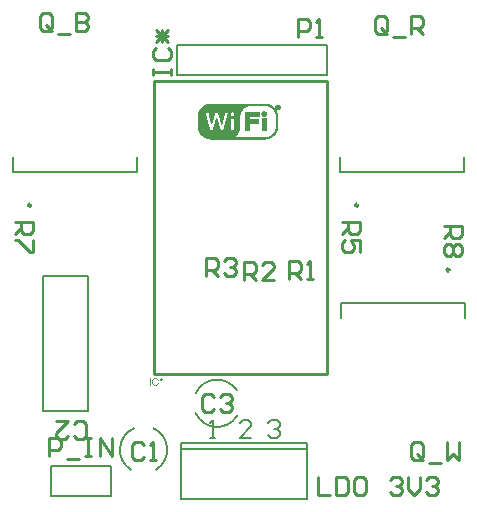
<source format=gto>
%FSLAX25Y25*%
%MOIN*%
G70*
G01*
G75*
G04 Layer_Color=65535*
%ADD10R,0.05512X0.04331*%
%ADD11R,0.04331X0.10630*%
%ADD12R,0.42126X0.36221*%
%ADD13R,0.04331X0.05512*%
%ADD14C,0.01200*%
%ADD15C,0.07500*%
%ADD16C,0.10000*%
%ADD17C,0.05000*%
%ADD18C,0.02000*%
%ADD19C,0.02500*%
%ADD20C,0.06000*%
%ADD21R,0.06000X0.06000*%
%ADD22R,0.05906X0.05906*%
%ADD23C,0.05906*%
%ADD24C,0.04724*%
%ADD25C,0.05315*%
%ADD26R,0.05315X0.05315*%
%ADD27R,0.06299X0.06299*%
%ADD28C,0.06299*%
%ADD29R,0.05315X0.05315*%
%ADD30C,0.05000*%
%ADD31C,0.02500*%
%ADD32C,0.00984*%
%ADD33C,0.00787*%
%ADD34C,0.00050*%
%ADD35C,0.01000*%
%ADD36C,0.00591*%
G36*
X47335Y38300D02*
X47000D01*
Y40822D01*
X47335D01*
Y38300D01*
D02*
G37*
G36*
X49076Y40862D02*
X49109Y40858D01*
X49148Y40855D01*
X49191Y40849D01*
X49237Y40842D01*
X49335Y40819D01*
X49388Y40803D01*
X49444Y40783D01*
X49496Y40760D01*
X49549Y40737D01*
X49601Y40704D01*
X49650Y40671D01*
X49654Y40668D01*
X49660Y40662D01*
X49676Y40652D01*
X49693Y40635D01*
X49713Y40616D01*
X49739Y40593D01*
X49765Y40563D01*
X49795Y40530D01*
X49824Y40494D01*
X49854Y40455D01*
X49883Y40409D01*
X49913Y40363D01*
X49942Y40311D01*
X49968Y40255D01*
X49995Y40193D01*
X50014Y40130D01*
X49686Y40051D01*
Y40055D01*
X49683Y40065D01*
X49676Y40078D01*
X49670Y40097D01*
X49660Y40120D01*
X49650Y40147D01*
X49621Y40206D01*
X49585Y40271D01*
X49542Y40337D01*
X49490Y40399D01*
X49460Y40425D01*
X49431Y40452D01*
X49427D01*
X49424Y40458D01*
X49414Y40465D01*
X49401Y40471D01*
X49385Y40481D01*
X49365Y40491D01*
X49316Y40517D01*
X49253Y40540D01*
X49181Y40560D01*
X49099Y40573D01*
X49007Y40580D01*
X48978D01*
X48958Y40576D01*
X48935D01*
X48906Y40573D01*
X48873Y40567D01*
X48837Y40563D01*
X48761Y40547D01*
X48679Y40521D01*
X48597Y40484D01*
X48558Y40465D01*
X48519Y40439D01*
X48515D01*
X48509Y40432D01*
X48499Y40425D01*
X48486Y40412D01*
X48453Y40383D01*
X48414Y40340D01*
X48368Y40288D01*
X48322Y40222D01*
X48279Y40150D01*
X48246Y40065D01*
Y40061D01*
X48243Y40055D01*
X48240Y40042D01*
X48233Y40025D01*
X48227Y40002D01*
X48220Y39976D01*
X48214Y39947D01*
X48207Y39917D01*
X48194Y39842D01*
X48181Y39760D01*
X48171Y39671D01*
X48168Y39579D01*
Y39576D01*
Y39566D01*
Y39550D01*
Y39527D01*
X48171Y39497D01*
X48174Y39464D01*
Y39428D01*
X48181Y39389D01*
X48191Y39300D01*
X48207Y39209D01*
X48230Y39110D01*
X48259Y39018D01*
Y39015D01*
X48263Y39009D01*
X48269Y38995D01*
X48279Y38979D01*
X48289Y38959D01*
X48299Y38936D01*
X48332Y38884D01*
X48374Y38825D01*
X48423Y38766D01*
X48483Y38710D01*
X48551Y38661D01*
X48555D01*
X48561Y38654D01*
X48571Y38651D01*
X48588Y38641D01*
X48604Y38635D01*
X48627Y38625D01*
X48679Y38602D01*
X48745Y38579D01*
X48817Y38562D01*
X48896Y38549D01*
X48981Y38543D01*
X49007D01*
X49027Y38546D01*
X49053Y38549D01*
X49079Y38553D01*
X49112Y38556D01*
X49145Y38562D01*
X49221Y38582D01*
X49299Y38612D01*
X49342Y38628D01*
X49381Y38651D01*
X49421Y38674D01*
X49457Y38703D01*
X49460Y38707D01*
X49467Y38710D01*
X49476Y38720D01*
X49490Y38733D01*
X49503Y38749D01*
X49522Y38772D01*
X49542Y38795D01*
X49562Y38825D01*
X49585Y38854D01*
X49608Y38890D01*
X49627Y38930D01*
X49650Y38972D01*
X49670Y39022D01*
X49690Y39071D01*
X49706Y39123D01*
X49722Y39182D01*
X50057Y39097D01*
Y39094D01*
X50050Y39081D01*
X50044Y39058D01*
X50037Y39028D01*
X50024Y38995D01*
X50008Y38956D01*
X49991Y38913D01*
X49968Y38864D01*
X49945Y38815D01*
X49916Y38763D01*
X49886Y38713D01*
X49850Y38661D01*
X49814Y38608D01*
X49772Y38559D01*
X49726Y38513D01*
X49676Y38471D01*
X49673Y38467D01*
X49663Y38461D01*
X49650Y38451D01*
X49627Y38438D01*
X49601Y38421D01*
X49568Y38402D01*
X49532Y38385D01*
X49493Y38366D01*
X49444Y38343D01*
X49394Y38326D01*
X49339Y38307D01*
X49280Y38290D01*
X49217Y38277D01*
X49152Y38267D01*
X49083Y38261D01*
X49011Y38257D01*
X48971D01*
X48942Y38261D01*
X48909Y38264D01*
X48866Y38267D01*
X48824Y38271D01*
X48774Y38277D01*
X48669Y38297D01*
X48558Y38326D01*
X48502Y38346D01*
X48447Y38369D01*
X48394Y38392D01*
X48345Y38421D01*
X48342Y38425D01*
X48335Y38428D01*
X48322Y38438D01*
X48302Y38454D01*
X48283Y38471D01*
X48256Y38490D01*
X48230Y38517D01*
X48201Y38546D01*
X48168Y38576D01*
X48138Y38612D01*
X48105Y38651D01*
X48073Y38697D01*
X48040Y38743D01*
X48010Y38792D01*
X47981Y38848D01*
X47954Y38903D01*
Y38907D01*
X47948Y38917D01*
X47941Y38936D01*
X47935Y38959D01*
X47925Y38989D01*
X47912Y39022D01*
X47902Y39061D01*
X47889Y39107D01*
X47876Y39156D01*
X47866Y39209D01*
X47853Y39264D01*
X47843Y39320D01*
X47830Y39448D01*
X47823Y39579D01*
Y39582D01*
Y39596D01*
Y39619D01*
X47827Y39645D01*
Y39681D01*
X47830Y39720D01*
X47836Y39763D01*
X47843Y39812D01*
X47850Y39865D01*
X47859Y39920D01*
X47886Y40035D01*
X47922Y40150D01*
X47945Y40209D01*
X47971Y40265D01*
X47974Y40268D01*
X47977Y40278D01*
X47987Y40294D01*
X48000Y40314D01*
X48013Y40337D01*
X48033Y40366D01*
X48056Y40396D01*
X48082Y40432D01*
X48141Y40504D01*
X48217Y40576D01*
X48302Y40648D01*
X48351Y40681D01*
X48401Y40711D01*
X48404Y40714D01*
X48414Y40717D01*
X48430Y40724D01*
X48450Y40734D01*
X48476Y40747D01*
X48505Y40760D01*
X48542Y40773D01*
X48581Y40789D01*
X48627Y40803D01*
X48673Y40816D01*
X48778Y40842D01*
X48893Y40858D01*
X48952Y40865D01*
X49050D01*
X49076Y40862D01*
D02*
G37*
G36*
X50998D02*
Y40858D01*
Y40849D01*
Y40835D01*
X50995Y40819D01*
Y40796D01*
X50992Y40747D01*
X50985Y40685D01*
X50979Y40612D01*
X50969Y40530D01*
X50956Y40439D01*
X50959D01*
X50965Y40442D01*
X50975Y40448D01*
X50989Y40455D01*
X51005Y40462D01*
X51025Y40471D01*
X51074Y40491D01*
X51133Y40517D01*
X51205Y40547D01*
X51280Y40573D01*
X51362Y40603D01*
X51444Y40360D01*
X51441D01*
X51435Y40357D01*
X51421Y40353D01*
X51408Y40347D01*
X51389Y40340D01*
X51362Y40334D01*
X51310Y40321D01*
X51244Y40304D01*
X51172Y40288D01*
X51093Y40271D01*
X51015Y40261D01*
X51021Y40258D01*
X51034Y40245D01*
X51057Y40219D01*
X51090Y40186D01*
X51133Y40143D01*
X51185Y40084D01*
X51244Y40019D01*
X51274Y39979D01*
X51310Y39937D01*
X51103Y39792D01*
X51100Y39799D01*
X51087Y39819D01*
X51064Y39848D01*
X51038Y39887D01*
X51002Y39940D01*
X50962Y40006D01*
X50916Y40078D01*
X50867Y40160D01*
Y40156D01*
X50861Y40150D01*
X50854Y40137D01*
X50844Y40120D01*
X50834Y40101D01*
X50821Y40078D01*
X50792Y40022D01*
X50756Y39963D01*
X50719Y39904D01*
X50680Y39845D01*
X50644Y39792D01*
X50441Y39937D01*
X50444Y39940D01*
X50451Y39947D01*
X50460Y39960D01*
X50473Y39976D01*
X50490Y39996D01*
X50510Y40019D01*
X50552Y40071D01*
X50598Y40124D01*
X50644Y40176D01*
X50690Y40225D01*
X50710Y40245D01*
X50726Y40261D01*
X50723D01*
X50716Y40265D01*
X50703D01*
X50687Y40268D01*
X50667Y40275D01*
X50644Y40278D01*
X50592Y40291D01*
X50526Y40304D01*
X50454Y40321D01*
X50382Y40340D01*
X50306Y40360D01*
X50385Y40603D01*
X50388D01*
X50398Y40599D01*
X50411Y40593D01*
X50431Y40586D01*
X50451Y40580D01*
X50477Y40570D01*
X50536Y40547D01*
X50601Y40521D01*
X50667Y40491D01*
X50729Y40465D01*
X50756Y40448D01*
X50782Y40435D01*
Y40439D01*
Y40448D01*
X50779Y40465D01*
X50775Y40484D01*
Y40511D01*
X50772Y40540D01*
X50765Y40606D01*
X50759Y40678D01*
X50756Y40747D01*
X50749Y40813D01*
Y40842D01*
Y40865D01*
X50998D01*
Y40862D01*
D02*
G37*
D32*
X146992Y77000D02*
G03*
X146992Y77000I-492J0D01*
G01*
X116492Y98500D02*
G03*
X116492Y98500I-492J0D01*
G01*
X7492D02*
G03*
X7492Y98500I-492J0D01*
G01*
D33*
X41726Y24161D02*
G03*
X40768Y10360I3274J-7161D01*
G01*
X49232D02*
G03*
X48274Y24161I-4232J6640D01*
G01*
X62339Y29226D02*
G03*
X76140Y28268I7161J3274D01*
G01*
Y36732D02*
G03*
X62339Y35774I-6640J-4232D01*
G01*
X152169Y61012D02*
Y65933D01*
X110831D02*
X152169D01*
X110831Y61012D02*
Y65933D01*
X110331Y109567D02*
Y114488D01*
Y109567D02*
X151669D01*
Y114488D01*
X34000Y1500D02*
Y11500D01*
X14000Y1500D02*
X34000D01*
X14000D02*
Y11500D01*
X34000D01*
X11500Y30000D02*
X26500D01*
X11500D02*
Y75000D01*
X26500D01*
Y30000D02*
Y75000D01*
X57437Y17252D02*
X99563D01*
X57437Y19220D02*
X99563D01*
X57437Y716D02*
X99563D01*
X57437D02*
Y19220D01*
X99563Y716D02*
Y19220D01*
X56000Y142000D02*
Y152000D01*
X106000D01*
X56000Y142000D02*
X106000D01*
Y152000D01*
X1331Y109567D02*
Y114488D01*
Y109567D02*
X42669D01*
Y114488D01*
D34*
X67054Y120709D02*
X85554D01*
X66704Y120759D02*
X85954D01*
X66454Y120809D02*
X86154D01*
X66254Y120859D02*
X86354D01*
X66104Y120909D02*
X86504D01*
X65954Y120959D02*
X86654D01*
X65804Y121009D02*
X86804D01*
X65704Y121059D02*
X86904D01*
X65604Y121109D02*
X87004D01*
X85654Y121159D02*
X87104D01*
X65504D02*
X75004D01*
X86004Y121209D02*
X87204D01*
X65404D02*
X75054D01*
X86254Y121259D02*
X87304D01*
X65304D02*
X75154D01*
X86404Y121309D02*
X87404D01*
X65204D02*
X75204D01*
X86554Y121359D02*
X87504D01*
X65104D02*
X75254D01*
X86704Y121409D02*
X87554D01*
X65054D02*
X75304D01*
X86804Y121459D02*
X87654D01*
X64954D02*
X75354D01*
X86904Y121509D02*
X87704D01*
X64904D02*
X75404D01*
X87004Y121559D02*
X87754D01*
X64804D02*
X75454D01*
X87104Y121609D02*
X87854D01*
X64754D02*
X75504D01*
X87204Y121659D02*
X87904D01*
X64704D02*
X75554D01*
X87304Y121709D02*
X87954D01*
X64654D02*
X75604D01*
X87354Y121759D02*
X88004D01*
X64604D02*
X75654D01*
X87454Y121809D02*
X88104D01*
X64504D02*
X75704D01*
X87504Y121859D02*
X88154D01*
X64454D02*
X75754D01*
X87554Y121909D02*
X88204D01*
X64404D02*
X75754D01*
X87654Y121959D02*
X88254D01*
X64354D02*
X75804D01*
X87704Y122009D02*
X88304D01*
X64304D02*
X75854D01*
X87754Y122059D02*
X88354D01*
X64254D02*
X75904D01*
X87804Y122109D02*
X88404D01*
X64204D02*
X75954D01*
X87854Y122159D02*
X88454D01*
X64154D02*
X75954D01*
X87954Y122209D02*
X88504D01*
X64104D02*
X76004D01*
X88004Y122259D02*
X88504D01*
X64054D02*
X76054D01*
X88054Y122309D02*
X88554D01*
X64054D02*
X76054D01*
X88104Y122359D02*
X88604D01*
X64004D02*
X76104D01*
X88104Y122409D02*
X88654D01*
X63954D02*
X76154D01*
X88154Y122459D02*
X88704D01*
X63904D02*
X76154D01*
X88204Y122509D02*
X88704D01*
X63904D02*
X76204D01*
X88254Y122559D02*
X88754D01*
X63854D02*
X76254D01*
X88304Y122609D02*
X88804D01*
X63804D02*
X76254D01*
X88354Y122659D02*
X88854D01*
X63754D02*
X76304D01*
X88354Y122709D02*
X88854D01*
X63754D02*
X76304D01*
X88404Y122759D02*
X88904D01*
X63704D02*
X76354D01*
X88454Y122809D02*
X88954D01*
X63654D02*
X76354D01*
X88504Y122859D02*
X88954D01*
X63654D02*
X76404D01*
X88504Y122909D02*
X89004D01*
X63604D02*
X76404D01*
X88554Y122959D02*
X89004D01*
X63604D02*
X76454D01*
X88604Y123009D02*
X89054D01*
X63554D02*
X76454D01*
X88604Y123059D02*
X89054D01*
X63504D02*
X76504D01*
X88654Y123109D02*
X89104D01*
X63504D02*
X76504D01*
X88654Y123159D02*
X89104D01*
X63454D02*
X76504D01*
X88704Y123209D02*
X89154D01*
X63454D02*
X76554D01*
X88704Y123259D02*
X89154D01*
X63404D02*
X76554D01*
X88754Y123309D02*
X89204D01*
X63404D02*
X76604D01*
X88754Y123359D02*
X89204D01*
X63404D02*
X76604D01*
X88804Y123409D02*
X89254D01*
X63354D02*
X76604D01*
X88804Y123459D02*
X89254D01*
X63354D02*
X76654D01*
X88854Y123509D02*
X89304D01*
X85654D02*
X85704D01*
X84704D02*
X85504D01*
X84504D02*
X84604D01*
X79054D02*
X80304D01*
X75104D02*
X76654D01*
X71504D02*
X73854D01*
X70604D02*
X70704D01*
X70504D02*
X70554D01*
X67904D02*
X70404D01*
X67054D02*
X67104D01*
X63304D02*
X66954D01*
X88854Y123559D02*
X89304D01*
X84404D02*
X85704D01*
X78954D02*
X80304D01*
X75104D02*
X76654D01*
X71504D02*
X73804D01*
X68004D02*
X70404D01*
X63304D02*
X66904D01*
X88904Y123609D02*
X89304D01*
X84404D02*
X85704D01*
X78954D02*
X80304D01*
X75104D02*
X76704D01*
X71554D02*
X73804D01*
X68004D02*
X70404D01*
X63304D02*
X66904D01*
X88904Y123659D02*
X89354D01*
X84404D02*
X85704D01*
X78954D02*
X80304D01*
X75104D02*
X76704D01*
X71554D02*
X73804D01*
X68004D02*
X70354D01*
X63254D02*
X66904D01*
X88904Y123709D02*
X89354D01*
X84404D02*
X85704D01*
X78954D02*
X80304D01*
X75104D02*
X76704D01*
X71554D02*
X73854D01*
X68054D02*
X70354D01*
X63254D02*
X66854D01*
X88954Y123759D02*
X89354D01*
X84404D02*
X85704D01*
X78954D02*
X80304D01*
X75104D02*
X76704D01*
X71554D02*
X73854D01*
X68054D02*
X70354D01*
X63204D02*
X66854D01*
X88954Y123809D02*
X89404D01*
X84404D02*
X85704D01*
X78954D02*
X80304D01*
X75104D02*
X76754D01*
X71604D02*
X73804D01*
X68054D02*
X70304D01*
X63204D02*
X66854D01*
X88954Y123859D02*
X89404D01*
X84404D02*
X85704D01*
X78954D02*
X80304D01*
X75104D02*
X76754D01*
X71604D02*
X73804D01*
X68104D02*
X70304D01*
X63204D02*
X66854D01*
X89004Y123909D02*
X89404D01*
X84404D02*
X85704D01*
X78954D02*
X80304D01*
X75104D02*
X76754D01*
X71604D02*
X73804D01*
X68104D02*
X70304D01*
X63204D02*
X66804D01*
X89004Y123959D02*
X89454D01*
X84404D02*
X85704D01*
X78954D02*
X80304D01*
X75104D02*
X76754D01*
X71604D02*
X73804D01*
X68104D02*
X70304D01*
X63154D02*
X66804D01*
X89004Y124009D02*
X89454D01*
X84404D02*
X85704D01*
X78954D02*
X80304D01*
X75104D02*
X76804D01*
X71654D02*
X73804D01*
X68104D02*
X70254D01*
X63154D02*
X66804D01*
X89054Y124059D02*
X89454D01*
X84404D02*
X85704D01*
X78954D02*
X80304D01*
X75104D02*
X76804D01*
X71654D02*
X73804D01*
X68154D02*
X70254D01*
X63154D02*
X66754D01*
X89054Y124109D02*
X89454D01*
X84404D02*
X85704D01*
X78954D02*
X80304D01*
X75104D02*
X76804D01*
X71654D02*
X73804D01*
X68154D02*
X70254D01*
X63104D02*
X66754D01*
X89054Y124159D02*
X89504D01*
X84404D02*
X85704D01*
X78954D02*
X80304D01*
X75104D02*
X76804D01*
X71704D02*
X73804D01*
X68154D02*
X70204D01*
X63104D02*
X66754D01*
X89054Y124209D02*
X89504D01*
X84404D02*
X85704D01*
X78954D02*
X80304D01*
X75104D02*
X76804D01*
X71704D02*
X73804D01*
X68204D02*
X70204D01*
X63104D02*
X66754D01*
X89104Y124259D02*
X89504D01*
X84404D02*
X85704D01*
X78954D02*
X80304D01*
X75104D02*
X76854D01*
X71704D02*
X73804D01*
X68204D02*
X70204D01*
X63104D02*
X66704D01*
X89104Y124309D02*
X89504D01*
X84404D02*
X85704D01*
X78954D02*
X80304D01*
X75104D02*
X76854D01*
X71704D02*
X73804D01*
X68204D02*
X70204D01*
X63104D02*
X66704D01*
X89104Y124359D02*
X89504D01*
X84404D02*
X85704D01*
X78954D02*
X80304D01*
X75104D02*
X76854D01*
X71754D02*
X73804D01*
X68204D02*
X70154D01*
X63054D02*
X66704D01*
X89104Y124409D02*
X89554D01*
X84404D02*
X85704D01*
X78954D02*
X80304D01*
X75104D02*
X76854D01*
X71754D02*
X73804D01*
X68254D02*
X70154D01*
X63054D02*
X66704D01*
X89104Y124459D02*
X89554D01*
X84404D02*
X85704D01*
X78954D02*
X80304D01*
X75104D02*
X76854D01*
X71754D02*
X73804D01*
X68254D02*
X70154D01*
X63054D02*
X66654D01*
X89154Y124509D02*
X89554D01*
X84404D02*
X85704D01*
X78954D02*
X80304D01*
X75104D02*
X76854D01*
X71754D02*
X73804D01*
X68254D02*
X70104D01*
X63054D02*
X66654D01*
X89154Y124559D02*
X89554D01*
X84404D02*
X85704D01*
X78954D02*
X80304D01*
X75104D02*
X76854D01*
X71804D02*
X73804D01*
X68304D02*
X70104D01*
X63054D02*
X66654D01*
X89154Y124609D02*
X89554D01*
X84404D02*
X85704D01*
X78954D02*
X80304D01*
X75104D02*
X76854D01*
X71804D02*
X73804D01*
X68304D02*
X70104D01*
X63054D02*
X66654D01*
X89154Y124659D02*
X89554D01*
X84404D02*
X85704D01*
X78954D02*
X80304D01*
X75104D02*
X76904D01*
X71804D02*
X73804D01*
X68304D02*
X70054D01*
X63054D02*
X66604D01*
X89154Y124709D02*
X89604D01*
X84404D02*
X85704D01*
X78954D02*
X80304D01*
X75104D02*
X76904D01*
X71804D02*
X73804D01*
X68304D02*
X70054D01*
X63004D02*
X66604D01*
X89154Y124759D02*
X89604D01*
X84404D02*
X85704D01*
X78954D02*
X80304D01*
X75104D02*
X76904D01*
X71854D02*
X73804D01*
X68354D02*
X70054D01*
X63004D02*
X66604D01*
X89154Y124809D02*
X89604D01*
X84404D02*
X85704D01*
X78954D02*
X80304D01*
X75104D02*
X76904D01*
X71854D02*
X73804D01*
X68354D02*
X70054D01*
X63004D02*
X66554D01*
X89154Y124859D02*
X89604D01*
X84404D02*
X85704D01*
X78954D02*
X80304D01*
X75104D02*
X76904D01*
X71854D02*
X73804D01*
X68354D02*
X70004D01*
X63004D02*
X66554D01*
X89154Y124909D02*
X89604D01*
X84404D02*
X85704D01*
X78954D02*
X80304D01*
X75104D02*
X76904D01*
X71854D02*
X73804D01*
X68404D02*
X70004D01*
X63004D02*
X66554D01*
X89154Y124959D02*
X89604D01*
X84404D02*
X85704D01*
X78954D02*
X80304D01*
X75104D02*
X76904D01*
X71904D02*
X73804D01*
X68404D02*
X70004D01*
X63004D02*
X66554D01*
X89154Y125009D02*
X89604D01*
X84404D02*
X85704D01*
X78954D02*
X80304D01*
X75104D02*
X76904D01*
X71904D02*
X73804D01*
X68404D02*
X69954D01*
X63004D02*
X66504D01*
X89154Y125059D02*
X89604D01*
X84404D02*
X85704D01*
X78954D02*
X80304D01*
X75104D02*
X76904D01*
X71904D02*
X73804D01*
X68404D02*
X69954D01*
X63004D02*
X66504D01*
X89154Y125109D02*
X89604D01*
X84404D02*
X85704D01*
X78954D02*
X80304D01*
X75104D02*
X76904D01*
X71954D02*
X73804D01*
X68454D02*
X69954D01*
X63004D02*
X66504D01*
X89154Y125159D02*
X89604D01*
X84404D02*
X85704D01*
X78954D02*
X80304D01*
X75104D02*
X76904D01*
X71954D02*
X73804D01*
X68454D02*
X69954D01*
X63004D02*
X66504D01*
X89154Y125209D02*
X89604D01*
X84404D02*
X85704D01*
X78954D02*
X80304D01*
X75104D02*
X76904D01*
X71954D02*
X73804D01*
X68454D02*
X69904D01*
X63004D02*
X66454D01*
X89154Y125259D02*
X89604D01*
X84404D02*
X85704D01*
X78954D02*
X80304D01*
X75104D02*
X76904D01*
X71954D02*
X73804D01*
X68504D02*
X69904D01*
X63004D02*
X66454D01*
X89154Y125309D02*
X89604D01*
X84404D02*
X85704D01*
X78954D02*
X80304D01*
X75104D02*
X76904D01*
X72004D02*
X73804D01*
X68504D02*
X69904D01*
X63004D02*
X66454D01*
X89154Y125359D02*
X89604D01*
X84404D02*
X85704D01*
X78954D02*
X80304D01*
X75104D02*
X76904D01*
X72004D02*
X73804D01*
X68504D02*
X69904D01*
X63004D02*
X66454D01*
X89154Y125409D02*
X89604D01*
X84404D02*
X85704D01*
X78954D02*
X80304D01*
X75104D02*
X76904D01*
X72004D02*
X73804D01*
X68504D02*
X69854D01*
X63004D02*
X66404D01*
X89154Y125459D02*
X89604D01*
X84404D02*
X85704D01*
X78954D02*
X80304D01*
X75104D02*
X76904D01*
X72004D02*
X73804D01*
X68554D02*
X69854D01*
X63004D02*
X66404D01*
X89154Y125509D02*
X89604D01*
X84404D02*
X85704D01*
X78954D02*
X80304D01*
X75104D02*
X76904D01*
X72054D02*
X73804D01*
X68554D02*
X69854D01*
X63004D02*
X66404D01*
X89154Y125559D02*
X89604D01*
X84404D02*
X85704D01*
X78954D02*
X80304D01*
X75104D02*
X76904D01*
X72054D02*
X73804D01*
X68554D02*
X69804D01*
X63004D02*
X66354D01*
X89154Y125609D02*
X89604D01*
X84404D02*
X85704D01*
X78954D02*
X80304D01*
X75104D02*
X76904D01*
X72054D02*
X73804D01*
X68604D02*
X69804D01*
X63004D02*
X66354D01*
X89154Y125659D02*
X89604D01*
X84404D02*
X85704D01*
X78954D02*
X80304D01*
X75104D02*
X76904D01*
X72054D02*
X73804D01*
X70904D02*
X70954D01*
X68604D02*
X69804D01*
X63004D02*
X66354D01*
X89154Y125709D02*
X89604D01*
X84404D02*
X85704D01*
X78954D02*
X80304D01*
X75104D02*
X76904D01*
X72104D02*
X73804D01*
X70904D02*
X70954D01*
X68604D02*
X69754D01*
X63004D02*
X66354D01*
X89154Y125759D02*
X89604D01*
X84404D02*
X85704D01*
X78954D02*
X80304D01*
X75104D02*
X76904D01*
X72104D02*
X73804D01*
X70904D02*
X71004D01*
X68654D02*
X69754D01*
X63004D02*
X66304D01*
X89154Y125809D02*
X89604D01*
X84404D02*
X85704D01*
X78954D02*
X80304D01*
X75104D02*
X76904D01*
X72104D02*
X73804D01*
X70904D02*
X71004D01*
X68654D02*
X69754D01*
X67504D02*
X67554D01*
X63004D02*
X66304D01*
X89154Y125859D02*
X89604D01*
X84404D02*
X85704D01*
X78954D02*
X80304D01*
X75104D02*
X76904D01*
X72104D02*
X73804D01*
X70854D02*
X71004D01*
X68654D02*
X69754D01*
X67454D02*
X67554D01*
X63004D02*
X66304D01*
X89154Y125909D02*
X89604D01*
X84404D02*
X85704D01*
X78954D02*
X83304D01*
X75104D02*
X76904D01*
X72154D02*
X73804D01*
X70854D02*
X71004D01*
X68654D02*
X69704D01*
X67454D02*
X67554D01*
X63004D02*
X66304D01*
X89154Y125959D02*
X89604D01*
X84404D02*
X85704D01*
X78954D02*
X83304D01*
X75104D02*
X76904D01*
X72154D02*
X73804D01*
X70854D02*
X71054D01*
X68704D02*
X69704D01*
X67454D02*
X67604D01*
X63004D02*
X66254D01*
X89154Y126009D02*
X89604D01*
X84404D02*
X85704D01*
X78954D02*
X83304D01*
X75104D02*
X76904D01*
X72154D02*
X73804D01*
X70804D02*
X71054D01*
X68704D02*
X69704D01*
X67454D02*
X67604D01*
X63004D02*
X66254D01*
X89154Y126059D02*
X89604D01*
X84404D02*
X85704D01*
X78954D02*
X83304D01*
X75104D02*
X76904D01*
X72204D02*
X73804D01*
X70804D02*
X71054D01*
X68704D02*
X69654D01*
X67404D02*
X67604D01*
X63004D02*
X66254D01*
X89154Y126109D02*
X89604D01*
X84404D02*
X85704D01*
X78954D02*
X83304D01*
X75104D02*
X76904D01*
X72204D02*
X73804D01*
X70804D02*
X71054D01*
X68754D02*
X69654D01*
X67404D02*
X67604D01*
X63004D02*
X66204D01*
X89154Y126159D02*
X89604D01*
X84404D02*
X85704D01*
X78954D02*
X83304D01*
X75104D02*
X76904D01*
X72204D02*
X73804D01*
X70804D02*
X71054D01*
X68754D02*
X69654D01*
X67404D02*
X67654D01*
X63004D02*
X66204D01*
X89154Y126209D02*
X89604D01*
X84404D02*
X85704D01*
X78954D02*
X83304D01*
X75104D02*
X76904D01*
X72204D02*
X73804D01*
X70754D02*
X71104D01*
X68754D02*
X69654D01*
X67404D02*
X67654D01*
X63004D02*
X66204D01*
X89154Y126259D02*
X89604D01*
X84404D02*
X85704D01*
X78954D02*
X83304D01*
X75104D02*
X76904D01*
X72254D02*
X73804D01*
X70754D02*
X71104D01*
X68754D02*
X69604D01*
X67404D02*
X67654D01*
X63004D02*
X66204D01*
X89154Y126309D02*
X89604D01*
X84404D02*
X85704D01*
X78954D02*
X83304D01*
X75104D02*
X76904D01*
X72254D02*
X73804D01*
X70754D02*
X71104D01*
X68804D02*
X69604D01*
X67354D02*
X67704D01*
X63004D02*
X66154D01*
X89154Y126359D02*
X89604D01*
X84404D02*
X85704D01*
X78954D02*
X83304D01*
X75104D02*
X76904D01*
X72254D02*
X73804D01*
X70754D02*
X71104D01*
X68804D02*
X69604D01*
X67354D02*
X67704D01*
X63004D02*
X66154D01*
X89154Y126409D02*
X89604D01*
X84404D02*
X85704D01*
X78954D02*
X83304D01*
X75104D02*
X76904D01*
X72254D02*
X73804D01*
X70704D02*
X71154D01*
X68804D02*
X69554D01*
X67354D02*
X67704D01*
X63004D02*
X66154D01*
X89154Y126459D02*
X89604D01*
X84404D02*
X85704D01*
X78954D02*
X83304D01*
X75104D02*
X76904D01*
X72304D02*
X73804D01*
X70704D02*
X71154D01*
X68854D02*
X69554D01*
X67354D02*
X67754D01*
X63004D02*
X66154D01*
X89154Y126509D02*
X89604D01*
X84404D02*
X85704D01*
X78954D02*
X83304D01*
X75104D02*
X76904D01*
X72304D02*
X73804D01*
X70704D02*
X71154D01*
X68854D02*
X69554D01*
X67304D02*
X67754D01*
X63004D02*
X66104D01*
X89154Y126559D02*
X89604D01*
X84404D02*
X85704D01*
X78954D02*
X83304D01*
X75104D02*
X76904D01*
X72304D02*
X73804D01*
X70654D02*
X71154D01*
X68854D02*
X69554D01*
X67304D02*
X67754D01*
X63004D02*
X66104D01*
X89154Y126609D02*
X89604D01*
X84404D02*
X85704D01*
X78954D02*
X83304D01*
X75104D02*
X76904D01*
X72304D02*
X73804D01*
X70654D02*
X71204D01*
X68854D02*
X69504D01*
X67304D02*
X67754D01*
X63004D02*
X66104D01*
X89154Y126659D02*
X89604D01*
X84404D02*
X85704D01*
X78954D02*
X83304D01*
X75104D02*
X76904D01*
X72354D02*
X73804D01*
X70654D02*
X71204D01*
X68904D02*
X69504D01*
X67304D02*
X67804D01*
X63004D02*
X66104D01*
X89154Y126709D02*
X89604D01*
X84404D02*
X85704D01*
X78954D02*
X83304D01*
X75104D02*
X76904D01*
X72354D02*
X73804D01*
X70604D02*
X71204D01*
X68904D02*
X69504D01*
X67304D02*
X67804D01*
X63004D02*
X66054D01*
X89154Y126759D02*
X89604D01*
X84404D02*
X85704D01*
X78954D02*
X83304D01*
X75104D02*
X76904D01*
X72354D02*
X73804D01*
X70604D02*
X71204D01*
X68904D02*
X69454D01*
X67254D02*
X67804D01*
X63004D02*
X66054D01*
X89154Y126809D02*
X89604D01*
X84404D02*
X85704D01*
X78954D02*
X83304D01*
X75104D02*
X76904D01*
X72354D02*
X73804D01*
X70604D02*
X71204D01*
X68954D02*
X69454D01*
X67254D02*
X67854D01*
X63004D02*
X66054D01*
X89154Y126859D02*
X89604D01*
X84404D02*
X85704D01*
X78954D02*
X83304D01*
X75104D02*
X76904D01*
X72404D02*
X73804D01*
X70604D02*
X71254D01*
X68954D02*
X69454D01*
X67254D02*
X67854D01*
X63004D02*
X66004D01*
X89154Y126909D02*
X89604D01*
X84404D02*
X85704D01*
X78954D02*
X83304D01*
X75104D02*
X76904D01*
X72404D02*
X73804D01*
X70554D02*
X71254D01*
X68954D02*
X69454D01*
X67254D02*
X67854D01*
X63004D02*
X66004D01*
X89154Y126959D02*
X89604D01*
X84404D02*
X85704D01*
X78954D02*
X83304D01*
X75104D02*
X76904D01*
X72404D02*
X73804D01*
X70554D02*
X71254D01*
X68954D02*
X69404D01*
X67204D02*
X67854D01*
X63004D02*
X66004D01*
X89154Y127009D02*
X89604D01*
X84404D02*
X85704D01*
X78954D02*
X83304D01*
X75104D02*
X76904D01*
X72454D02*
X73804D01*
X70554D02*
X71254D01*
X69004D02*
X69404D01*
X67204D02*
X67904D01*
X63004D02*
X66004D01*
X89154Y127059D02*
X89604D01*
X84404D02*
X85704D01*
X78954D02*
X83304D01*
X75104D02*
X76904D01*
X72454D02*
X73804D01*
X70504D02*
X71304D01*
X69004D02*
X69404D01*
X67204D02*
X67904D01*
X63004D02*
X65954D01*
X89154Y127109D02*
X89604D01*
X84404D02*
X85704D01*
X78954D02*
X83304D01*
X75104D02*
X76904D01*
X72454D02*
X73804D01*
X70504D02*
X71304D01*
X69004D02*
X69354D01*
X67204D02*
X67904D01*
X63004D02*
X65954D01*
X89154Y127159D02*
X89604D01*
X84404D02*
X85704D01*
X78954D02*
X80304D01*
X75104D02*
X76904D01*
X72454D02*
X73804D01*
X70504D02*
X71304D01*
X69054D02*
X69354D01*
X67204D02*
X67954D01*
X63004D02*
X65954D01*
X89154Y127209D02*
X89604D01*
X84404D02*
X85704D01*
X78954D02*
X80304D01*
X75104D02*
X76904D01*
X72504D02*
X73804D01*
X70504D02*
X71304D01*
X69054D02*
X69354D01*
X67154D02*
X67954D01*
X63004D02*
X65954D01*
X89154Y127259D02*
X89604D01*
X84404D02*
X85704D01*
X78954D02*
X80304D01*
X75104D02*
X76904D01*
X72504D02*
X73804D01*
X70454D02*
X71354D01*
X69054D02*
X69354D01*
X67154D02*
X67954D01*
X63004D02*
X65904D01*
X89154Y127309D02*
X89604D01*
X84404D02*
X85704D01*
X78954D02*
X80304D01*
X75104D02*
X76904D01*
X72504D02*
X73804D01*
X70454D02*
X71354D01*
X69054D02*
X69304D01*
X67154D02*
X68004D01*
X63004D02*
X65904D01*
X89154Y127359D02*
X89604D01*
X84404D02*
X85704D01*
X78954D02*
X80304D01*
X75104D02*
X76904D01*
X72504D02*
X73804D01*
X70454D02*
X71354D01*
X69104D02*
X69304D01*
X67154D02*
X68004D01*
X63004D02*
X65904D01*
X89154Y127409D02*
X89604D01*
X84404D02*
X85704D01*
X78954D02*
X80304D01*
X75104D02*
X76904D01*
X72554D02*
X73854D01*
X70404D02*
X71354D01*
X69104D02*
X69304D01*
X67104D02*
X68004D01*
X63004D02*
X65854D01*
X89154Y127459D02*
X89604D01*
X84404D02*
X85704D01*
X78954D02*
X80304D01*
X75104D02*
X76904D01*
X72554D02*
X73804D01*
X70404D02*
X71354D01*
X69104D02*
X69254D01*
X67104D02*
X68004D01*
X63004D02*
X65854D01*
X89154Y127509D02*
X89604D01*
X84404D02*
X85704D01*
X78954D02*
X80304D01*
X75104D02*
X76904D01*
X72554D02*
X73804D01*
X70404D02*
X71404D01*
X69154D02*
X69254D01*
X67104D02*
X68054D01*
X63004D02*
X65854D01*
X89154Y127559D02*
X89604D01*
X84404D02*
X85704D01*
X78954D02*
X80304D01*
X75104D02*
X76904D01*
X72554D02*
X73804D01*
X70404D02*
X71404D01*
X69154D02*
X69254D01*
X67104D02*
X68054D01*
X63004D02*
X65854D01*
X89154Y127609D02*
X89604D01*
X84404D02*
X85704D01*
X78954D02*
X80304D01*
X75104D02*
X76904D01*
X72604D02*
X73804D01*
X70354D02*
X71404D01*
X69154D02*
X69254D01*
X67104D02*
X68054D01*
X63004D02*
X65804D01*
X89154Y127659D02*
X89604D01*
X84404D02*
X85704D01*
X78954D02*
X80304D01*
X75104D02*
X76904D01*
X72604D02*
X73804D01*
X70354D02*
X71404D01*
X69154D02*
X69204D01*
X67054D02*
X68104D01*
X63004D02*
X65804D01*
X89154Y127709D02*
X89604D01*
X78954D02*
X80304D01*
X72604D02*
X76904D01*
X70354D02*
X71454D01*
X67054D02*
X68104D01*
X63004D02*
X65804D01*
X89154Y127759D02*
X89604D01*
X78954D02*
X80304D01*
X72654D02*
X76904D01*
X70354D02*
X71454D01*
X67054D02*
X68104D01*
X63004D02*
X65804D01*
X89154Y127809D02*
X89604D01*
X78954D02*
X80304D01*
X72654D02*
X76904D01*
X70304D02*
X71454D01*
X67054D02*
X68154D01*
X63004D02*
X65754D01*
X89154Y127859D02*
X89604D01*
X78954D02*
X80304D01*
X72654D02*
X76904D01*
X70304D02*
X71454D01*
X67004D02*
X68154D01*
X63004D02*
X65754D01*
X89154Y127909D02*
X89604D01*
X78954D02*
X80304D01*
X72654D02*
X76904D01*
X70304D02*
X71504D01*
X67004D02*
X68154D01*
X63004D02*
X65754D01*
X89154Y127959D02*
X89604D01*
X78954D02*
X80304D01*
X72704D02*
X76904D01*
X70254D02*
X71504D01*
X67004D02*
X68154D01*
X63004D02*
X65754D01*
X89154Y128009D02*
X89604D01*
X78954D02*
X80304D01*
X72704D02*
X76904D01*
X70254D02*
X71504D01*
X67004D02*
X68204D01*
X63004D02*
X65704D01*
X89154Y128059D02*
X89604D01*
X78954D02*
X80304D01*
X72704D02*
X76904D01*
X70254D02*
X71504D01*
X66954D02*
X68204D01*
X63004D02*
X65704D01*
X89154Y128109D02*
X89604D01*
X78954D02*
X80304D01*
X72704D02*
X76904D01*
X70254D02*
X71554D01*
X66954D02*
X68204D01*
X63004D02*
X65704D01*
X89154Y128159D02*
X89604D01*
X78954D02*
X80304D01*
X72754D02*
X76904D01*
X70204D02*
X71554D01*
X66954D02*
X68254D01*
X63004D02*
X65654D01*
X89154Y128209D02*
X89604D01*
X78954D02*
X80304D01*
X72754D02*
X76904D01*
X70204D02*
X71554D01*
X66954D02*
X68254D01*
X63004D02*
X65654D01*
X89154Y128259D02*
X89604D01*
X85004D02*
X85054D01*
X78954D02*
X80304D01*
X74454D02*
X76904D01*
X72754D02*
X74404D01*
X70204D02*
X71554D01*
X66954D02*
X68254D01*
X63004D02*
X65654D01*
X89154Y128309D02*
X89604D01*
X84804D02*
X85354D01*
X78954D02*
X80304D01*
X74754D02*
X76904D01*
X72754D02*
X74204D01*
X70154D02*
X71554D01*
X66904D02*
X68254D01*
X63004D02*
X65654D01*
X89154Y128359D02*
X89604D01*
X84654D02*
X85454D01*
X78954D02*
X80304D01*
X74854D02*
X76904D01*
X72804D02*
X74104D01*
X70154D02*
X71604D01*
X66904D02*
X68304D01*
X63004D02*
X65604D01*
X89154Y128409D02*
X89554D01*
X84604D02*
X85504D01*
X78954D02*
X83504D01*
X74954D02*
X76904D01*
X72804D02*
X74004D01*
X70154D02*
X71604D01*
X66904D02*
X68304D01*
X63054D02*
X65604D01*
X89154Y128459D02*
X89554D01*
X84554D02*
X85604D01*
X78954D02*
X83554D01*
X75004D02*
X76904D01*
X72804D02*
X73954D01*
X70154D02*
X71604D01*
X66904D02*
X68304D01*
X63054D02*
X65604D01*
X89154Y128509D02*
X89554D01*
X84504D02*
X85654D01*
X78954D02*
X83504D01*
X75054D02*
X76954D01*
X72804D02*
X73904D01*
X70104D02*
X71604D01*
X66854D02*
X68354D01*
X63054D02*
X65604D01*
X89154Y128559D02*
X89554D01*
X84454D02*
X85654D01*
X78954D02*
X83504D01*
X75054D02*
X76954D01*
X72854D02*
X73854D01*
X70104D02*
X71604D01*
X66854D02*
X68354D01*
X63054D02*
X65554D01*
X89104Y128609D02*
X89554D01*
X84404D02*
X85704D01*
X78954D02*
X83504D01*
X75104D02*
X76954D01*
X72854D02*
X73804D01*
X70104D02*
X71654D01*
X66854D02*
X68354D01*
X63054D02*
X65554D01*
X89104Y128659D02*
X89554D01*
X84404D02*
X85754D01*
X78954D02*
X83504D01*
X75154D02*
X76954D01*
X72854D02*
X73804D01*
X70054D02*
X71654D01*
X66854D02*
X68404D01*
X63054D02*
X65554D01*
X89104Y128709D02*
X89554D01*
X84354D02*
X85754D01*
X78954D02*
X83504D01*
X75154D02*
X76954D01*
X72904D02*
X73754D01*
X70054D02*
X71654D01*
X66854D02*
X68404D01*
X63054D02*
X65554D01*
X89104Y128759D02*
X89504D01*
X84354D02*
X85754D01*
X78954D02*
X83504D01*
X75204D02*
X76954D01*
X72904D02*
X73754D01*
X70054D02*
X71654D01*
X66804D02*
X68404D01*
X63104D02*
X65504D01*
X89104Y128809D02*
X89504D01*
X84354D02*
X85804D01*
X78954D02*
X83504D01*
X75204D02*
X76954D01*
X72904D02*
X73754D01*
X70054D02*
X71704D01*
X66804D02*
X68404D01*
X63104D02*
X65504D01*
X89054Y128859D02*
X89504D01*
X84304D02*
X85804D01*
X78954D02*
X83504D01*
X75204D02*
X77004D01*
X72904D02*
X73754D01*
X70004D02*
X71704D01*
X66804D02*
X68454D01*
X63104D02*
X65504D01*
X89054Y128909D02*
X89504D01*
X84304D02*
X85804D01*
X78954D02*
X83504D01*
X75204D02*
X77004D01*
X72954D02*
X73704D01*
X70004D02*
X71704D01*
X66804D02*
X68454D01*
X63104D02*
X65454D01*
X89054Y128959D02*
X89504D01*
X84304D02*
X85804D01*
X78954D02*
X83504D01*
X75204D02*
X77004D01*
X72954D02*
X73704D01*
X70004D02*
X71704D01*
X66754D02*
X68454D01*
X63104D02*
X65454D01*
X89054Y129009D02*
X89454D01*
X84304D02*
X85804D01*
X78954D02*
X83504D01*
X75254D02*
X77004D01*
X72954D02*
X73704D01*
X69954D02*
X71754D01*
X66754D02*
X68504D01*
X63154D02*
X65454D01*
X89004Y129059D02*
X89454D01*
X84304D02*
X85804D01*
X78954D02*
X83504D01*
X75204D02*
X77054D01*
X72954D02*
X73704D01*
X69954D02*
X71754D01*
X66754D02*
X68504D01*
X63154D02*
X65454D01*
X89004Y129109D02*
X89454D01*
X84304D02*
X85804D01*
X78954D02*
X83504D01*
X75204D02*
X77054D01*
X73004D02*
X73704D01*
X69954D02*
X71754D01*
X66754D02*
X68504D01*
X63154D02*
X65404D01*
X89004Y129159D02*
X89404D01*
X84304D02*
X85804D01*
X78954D02*
X83504D01*
X75204D02*
X77054D01*
X73004D02*
X73704D01*
X69954D02*
X71754D01*
X66754D02*
X68504D01*
X63154D02*
X65404D01*
X89004Y129209D02*
X89404D01*
X84354D02*
X85804D01*
X78954D02*
X83504D01*
X75204D02*
X77054D01*
X73004D02*
X73754D01*
X69904D02*
X71804D01*
X66704D02*
X68554D01*
X63204D02*
X65404D01*
X88954Y129259D02*
X89404D01*
X84354D02*
X85804D01*
X78954D02*
X83504D01*
X75204D02*
X77104D01*
X73004D02*
X73754D01*
X69904D02*
X71804D01*
X66704D02*
X68554D01*
X63204D02*
X65404D01*
X88954Y129309D02*
X89404D01*
X84354D02*
X85754D01*
X78954D02*
X83504D01*
X75154D02*
X77104D01*
X73054D02*
X73754D01*
X69904D02*
X71804D01*
X66704D02*
X68554D01*
X63204D02*
X65354D01*
X88904Y129359D02*
X89354D01*
X84404D02*
X85754D01*
X78954D02*
X83504D01*
X75154D02*
X77104D01*
X73054D02*
X73804D01*
X69854D02*
X71804D01*
X66704D02*
X68604D01*
X63254D02*
X65354D01*
X88904Y129409D02*
X89354D01*
X84404D02*
X85704D01*
X78954D02*
X83504D01*
X75104D02*
X77154D01*
X73054D02*
X73804D01*
X69854D02*
X71804D01*
X66654D02*
X68604D01*
X63254D02*
X65354D01*
X88904Y129459D02*
X89304D01*
X84454D02*
X85654D01*
X78954D02*
X83504D01*
X75104D02*
X77154D01*
X73054D02*
X73854D01*
X69854D02*
X71854D01*
X66654D02*
X68604D01*
X63254D02*
X65354D01*
X88854Y129509D02*
X89304D01*
X84504D02*
X85654D01*
X78954D02*
X83554D01*
X75054D02*
X77204D01*
X73104D02*
X73904D01*
X69854D02*
X71854D01*
X66654D02*
X68654D01*
X63304D02*
X65304D01*
X88854Y129559D02*
X89304D01*
X84554D02*
X85604D01*
X78954D02*
X83504D01*
X75004D02*
X77204D01*
X73104D02*
X73954D01*
X69804D02*
X71854D01*
X66654D02*
X68654D01*
X63304D02*
X65304D01*
X88804Y129609D02*
X89254D01*
X84604D02*
X85554D01*
X74954D02*
X77204D01*
X73104D02*
X74004D01*
X73004D02*
X73054D01*
X69804D02*
X71904D01*
X69654D02*
X69754D01*
X69554D02*
X69604D01*
X66504D02*
X68654D01*
X66354D02*
X66454D01*
X65404D02*
X65454D01*
X63354D02*
X65354D01*
X88804Y129659D02*
X89254D01*
X84654D02*
X85454D01*
X74854D02*
X77254D01*
X63354D02*
X74054D01*
X88804Y129709D02*
X89204D01*
X84754D02*
X85354D01*
X74754D02*
X77254D01*
X63354D02*
X74154D01*
X88754Y129759D02*
X89204D01*
X84954D02*
X85154D01*
X74604D02*
X77304D01*
X63404D02*
X74354D01*
X88754Y129809D02*
X89204D01*
X63404D02*
X77304D01*
X88704Y129859D02*
X89154D01*
X63454D02*
X77354D01*
X88654Y129909D02*
X89154D01*
X63454D02*
X77354D01*
X88654Y129959D02*
X89104D01*
X63504D02*
X77404D01*
X88604Y130009D02*
X89104D01*
X63504D02*
X77404D01*
X88604Y130059D02*
X89054D01*
X63554D02*
X77454D01*
X88554Y130109D02*
X89004D01*
X63554D02*
X77454D01*
X88504Y130159D02*
X89004D01*
X63604D02*
X77504D01*
X88504Y130209D02*
X88954D01*
X63654D02*
X77554D01*
X88454Y130259D02*
X88954D01*
X63654D02*
X77554D01*
X88404Y130309D02*
X88904D01*
X63704D02*
X77604D01*
X88404Y130359D02*
X88854D01*
X63704D02*
X77654D01*
X88354Y130409D02*
X88854D01*
X63754D02*
X77654D01*
X88304Y130459D02*
X88804D01*
X63804D02*
X77704D01*
X89454Y130509D02*
X89954D01*
X88254D02*
X88754D01*
X63854D02*
X77754D01*
X89304Y130559D02*
X90104D01*
X88204D02*
X88754D01*
X63854D02*
X77804D01*
X89254Y130609D02*
X90154D01*
X88204D02*
X88704D01*
X63904D02*
X77854D01*
X89904Y130659D02*
X90204D01*
X89154D02*
X89504D01*
X88154D02*
X88654D01*
X63954D02*
X77904D01*
X90004Y130709D02*
X90254D01*
X89104D02*
X89404D01*
X88104D02*
X88604D01*
X64004D02*
X77904D01*
X90054Y130759D02*
X90304D01*
X89054D02*
X89304D01*
X88054D02*
X88554D01*
X64004D02*
X77954D01*
X90154Y130809D02*
X90354D01*
X89054D02*
X89254D01*
X88004D02*
X88554D01*
X64054D02*
X78004D01*
X90204Y130859D02*
X90404D01*
X89854D02*
X90054D01*
X89354D02*
X89504D01*
X89004D02*
X89204D01*
X87954D02*
X88504D01*
X64104D02*
X78054D01*
X90204Y130909D02*
X90404D01*
X89804D02*
X90054D01*
X89354D02*
X89504D01*
X89004D02*
X89154D01*
X87904D02*
X88454D01*
X64154D02*
X78104D01*
X90254Y130959D02*
X90454D01*
X89804D02*
X90004D01*
X89354D02*
X89504D01*
X88954D02*
X89154D01*
X87854D02*
X88404D01*
X64204D02*
X78154D01*
X90254Y131009D02*
X90454D01*
X89754D02*
X89954D01*
X89354D02*
X89504D01*
X88954D02*
X89104D01*
X87804D02*
X88354D01*
X64254D02*
X78204D01*
X90304Y131059D02*
X90454D01*
X89704D02*
X89954D01*
X89354D02*
X89504D01*
X88904D02*
X89104D01*
X87704D02*
X88304D01*
X64304D02*
X78304D01*
X90304Y131109D02*
X90454D01*
X89704D02*
X89904D01*
X89354D02*
X89504D01*
X88904D02*
X89104D01*
X87654D02*
X88254D01*
X64354D02*
X78354D01*
X90304Y131159D02*
X90504D01*
X89604D02*
X89854D01*
X89354D02*
X89504D01*
X88904D02*
X89104D01*
X87604D02*
X88204D01*
X64404D02*
X78404D01*
X90304Y131209D02*
X90504D01*
X89354D02*
X89854D01*
X88904D02*
X89054D01*
X87504D02*
X88154D01*
X64454D02*
X78454D01*
X90304Y131259D02*
X90504D01*
X89354D02*
X89954D01*
X88904D02*
X89104D01*
X87454D02*
X88104D01*
X64504D02*
X78554D01*
X90304Y131309D02*
X90504D01*
X89354D02*
X90004D01*
X88904D02*
X89104D01*
X87354D02*
X88054D01*
X64554D02*
X78604D01*
X90304Y131359D02*
X90454D01*
X89804D02*
X90004D01*
X89354D02*
X89504D01*
X88904D02*
X89104D01*
X87304D02*
X88004D01*
X64604D02*
X78704D01*
X90304Y131409D02*
X90454D01*
X89804D02*
X90004D01*
X89354D02*
X89504D01*
X88904D02*
X89104D01*
X87204D02*
X87904D01*
X64704D02*
X78754D01*
X90304Y131459D02*
X90454D01*
X89804D02*
X90004D01*
X89354D02*
X89504D01*
X88954D02*
X89104D01*
X87154D02*
X87854D01*
X64754D02*
X78854D01*
X90254Y131509D02*
X90454D01*
X89754D02*
X90004D01*
X89354D02*
X89504D01*
X88954D02*
X89154D01*
X87054D02*
X87804D01*
X64804D02*
X78954D01*
X90254Y131559D02*
X90404D01*
X89354D02*
X90004D01*
X88954D02*
X89154D01*
X86954D02*
X87704D01*
X64904D02*
X79054D01*
X90204Y131609D02*
X90404D01*
X89354D02*
X89954D01*
X89004D02*
X89204D01*
X86854D02*
X87654D01*
X64954D02*
X79154D01*
X90154Y131659D02*
X90354D01*
X89354D02*
X89804D01*
X89004D02*
X89204D01*
X86704D02*
X87554D01*
X65004D02*
X79254D01*
X90104Y131709D02*
X90354D01*
X89054D02*
X89254D01*
X86604D02*
X87504D01*
X65104D02*
X79404D01*
X90054Y131759D02*
X90304D01*
X89104D02*
X89354D01*
X86454D02*
X87404D01*
X65204D02*
X79504D01*
X90004Y131809D02*
X90254D01*
X89104D02*
X89404D01*
X86254D02*
X87354D01*
X65254D02*
X79704D01*
X89854Y131859D02*
X90204D01*
X89204D02*
X89554D01*
X86054D02*
X87254D01*
X65354D02*
X79854D01*
X89254Y131909D02*
X90154D01*
X85804D02*
X87154D01*
X65454D02*
X80154D01*
X89304Y131959D02*
X90054D01*
X65554D02*
X87054D01*
X89454Y132009D02*
X89954D01*
X65654D02*
X86954D01*
X65804Y132059D02*
X86804D01*
X65904Y132109D02*
X86704D01*
X66054Y132159D02*
X86554D01*
X66204Y132209D02*
X86404D01*
X66404Y132259D02*
X86204D01*
X66604Y132309D02*
X86004D01*
X66904Y132359D02*
X85704D01*
D35*
X48500Y42100D02*
Y140000D01*
X106000D01*
Y42400D02*
Y140000D01*
X105700Y42100D02*
X106000Y42400D01*
X48500Y42100D02*
X105700D01*
X145000Y91500D02*
X150998D01*
Y88501D01*
X149998Y87501D01*
X147999D01*
X146999Y88501D01*
Y91500D01*
Y89501D02*
X145000Y87501D01*
X149998Y85502D02*
X150998Y84502D01*
Y82503D01*
X149998Y81503D01*
X148999D01*
X147999Y82503D01*
X146999Y81503D01*
X146000D01*
X145000Y82503D01*
Y84502D01*
X146000Y85502D01*
X146999D01*
X147999Y84502D01*
X148999Y85502D01*
X149998D01*
X147999Y84502D02*
Y82503D01*
X137999Y14500D02*
Y18498D01*
X136999Y19498D01*
X135000D01*
X134000Y18498D01*
Y14500D01*
X135000Y13500D01*
X136999D01*
X135999Y15499D02*
X137999Y13500D01*
X136999D02*
X137999Y14500D01*
X139998Y12500D02*
X143997D01*
X145996Y19498D02*
Y13500D01*
X147995Y15499D01*
X149995Y13500D01*
Y19498D01*
X2000Y93000D02*
X7998D01*
Y90001D01*
X6998Y89001D01*
X4999D01*
X3999Y90001D01*
Y93000D01*
Y91001D02*
X2000Y89001D01*
X7998Y87002D02*
Y83003D01*
X6998D01*
X3000Y87002D01*
X2000D01*
X125999Y156500D02*
Y160498D01*
X124999Y161498D01*
X123000D01*
X122000Y160498D01*
Y156500D01*
X123000Y155500D01*
X124999D01*
X123999Y157499D02*
X125999Y155500D01*
X124999D02*
X125999Y156500D01*
X127998Y154500D02*
X131997D01*
X133996Y155500D02*
Y161498D01*
X136995D01*
X137995Y160498D01*
Y158499D01*
X136995Y157499D01*
X133996D01*
X135995D02*
X137995Y155500D01*
X48002Y142000D02*
Y143999D01*
Y143000D01*
X54000D01*
Y142000D01*
Y143999D01*
X49002Y150997D02*
X48002Y149997D01*
Y147998D01*
X49002Y146998D01*
X53000D01*
X54000Y147998D01*
Y149997D01*
X53000Y150997D01*
X49002Y152996D02*
X53000Y156995D01*
Y152996D02*
X49002Y156995D01*
X51001Y152996D02*
Y156995D01*
X53000Y154996D02*
X49002D01*
X13500Y15000D02*
Y20998D01*
X16499D01*
X17499Y19998D01*
Y17999D01*
X16499Y16999D01*
X13500D01*
X19498Y14000D02*
X23497D01*
X25496Y20998D02*
X27496D01*
X26496D01*
Y15000D01*
X25496D01*
X27496D01*
X30494D02*
Y20998D01*
X34493Y15000D01*
Y20998D01*
X21851Y21652D02*
X22851Y20652D01*
X24850D01*
X25850Y21652D01*
Y25650D01*
X24850Y26650D01*
X22851D01*
X21851Y25650D01*
X15853Y26650D02*
X19852D01*
X15853Y22651D01*
Y21652D01*
X16853Y20652D01*
X18852D01*
X19852Y21652D01*
X44999Y18498D02*
X43999Y19498D01*
X42000D01*
X41000Y18498D01*
Y14500D01*
X42000Y13500D01*
X43999D01*
X44999Y14500D01*
X46998Y13500D02*
X48997D01*
X47998D01*
Y19498D01*
X46998Y18498D01*
X103000Y7998D02*
Y2000D01*
X106999D01*
X108998Y7998D02*
Y2000D01*
X111997D01*
X112997Y3000D01*
Y6998D01*
X111997Y7998D01*
X108998D01*
X117995D02*
X115996D01*
X114996Y6998D01*
Y3000D01*
X115996Y2000D01*
X117995D01*
X118995Y3000D01*
Y6998D01*
X117995Y7998D01*
X126992Y6998D02*
X127992Y7998D01*
X129991D01*
X130991Y6998D01*
Y5999D01*
X129991Y4999D01*
X128992D01*
X129991D01*
X130991Y3999D01*
Y3000D01*
X129991Y2000D01*
X127992D01*
X126992Y3000D01*
X132990Y7998D02*
Y3999D01*
X134990Y2000D01*
X136989Y3999D01*
Y7998D01*
X138988Y6998D02*
X139988Y7998D01*
X141987D01*
X142987Y6998D01*
Y5999D01*
X141987Y4999D01*
X140988D01*
X141987D01*
X142987Y3999D01*
Y3000D01*
X141987Y2000D01*
X139988D01*
X138988Y3000D01*
X68499Y34498D02*
X67499Y35498D01*
X65500D01*
X64500Y34498D01*
Y30500D01*
X65500Y29500D01*
X67499D01*
X68499Y30500D01*
X70498Y34498D02*
X71498Y35498D01*
X73497D01*
X74497Y34498D01*
Y33499D01*
X73497Y32499D01*
X72497D01*
X73497D01*
X74497Y31499D01*
Y30500D01*
X73497Y29500D01*
X71498D01*
X70498Y30500D01*
X96500Y154500D02*
Y160498D01*
X99499D01*
X100499Y159498D01*
Y157499D01*
X99499Y156499D01*
X96500D01*
X102498Y154500D02*
X104497D01*
X103498D01*
Y160498D01*
X102498Y159498D01*
X65750Y74850D02*
Y80848D01*
X68749D01*
X69749Y79848D01*
Y77849D01*
X68749Y76849D01*
X65750D01*
X67749D02*
X69749Y74850D01*
X71748Y79848D02*
X72748Y80848D01*
X74747D01*
X75747Y79848D01*
Y78849D01*
X74747Y77849D01*
X73747D01*
X74747D01*
X75747Y76849D01*
Y75850D01*
X74747Y74850D01*
X72748D01*
X71748Y75850D01*
X78500Y73500D02*
Y79498D01*
X81499D01*
X82499Y78498D01*
Y76499D01*
X81499Y75499D01*
X78500D01*
X80499D02*
X82499Y73500D01*
X88497D02*
X84498D01*
X88497Y77499D01*
Y78498D01*
X87497Y79498D01*
X85498D01*
X84498Y78498D01*
X93500Y74000D02*
Y79998D01*
X96499D01*
X97499Y78998D01*
Y76999D01*
X96499Y75999D01*
X93500D01*
X95499D02*
X97499Y74000D01*
X99498D02*
X101497D01*
X100498D01*
Y79998D01*
X99498Y78998D01*
X111000Y93000D02*
X116998D01*
Y90001D01*
X115998Y89001D01*
X113999D01*
X112999Y90001D01*
Y93000D01*
Y91001D02*
X111000Y89001D01*
X116998Y83003D02*
Y87002D01*
X113999D01*
X114999Y85003D01*
Y84003D01*
X113999Y83003D01*
X112000D01*
X111000Y84003D01*
Y86002D01*
X112000Y87002D01*
X14499Y157500D02*
Y161498D01*
X13499Y162498D01*
X11500D01*
X10500Y161498D01*
Y157500D01*
X11500Y156500D01*
X13499D01*
X12499Y158499D02*
X14499Y156500D01*
X13499D02*
X14499Y157500D01*
X16498Y155500D02*
X20497D01*
X22496Y162498D02*
Y156500D01*
X25495D01*
X26495Y157500D01*
Y158499D01*
X25495Y159499D01*
X22496D01*
X25495D01*
X26495Y160499D01*
Y161498D01*
X25495Y162498D01*
X22496D01*
D36*
X80936Y21000D02*
X77000D01*
X80936Y24936D01*
Y25920D01*
X79952Y26904D01*
X77984D01*
X77000Y25920D01*
X67000Y21000D02*
X68968D01*
X67984D01*
Y26904D01*
X67000Y25920D01*
X86500D02*
X87484Y26904D01*
X89452D01*
X90436Y25920D01*
Y24936D01*
X89452Y23952D01*
X88468D01*
X89452D01*
X90436Y22968D01*
Y21984D01*
X89452Y21000D01*
X87484D01*
X86500Y21984D01*
M02*

</source>
